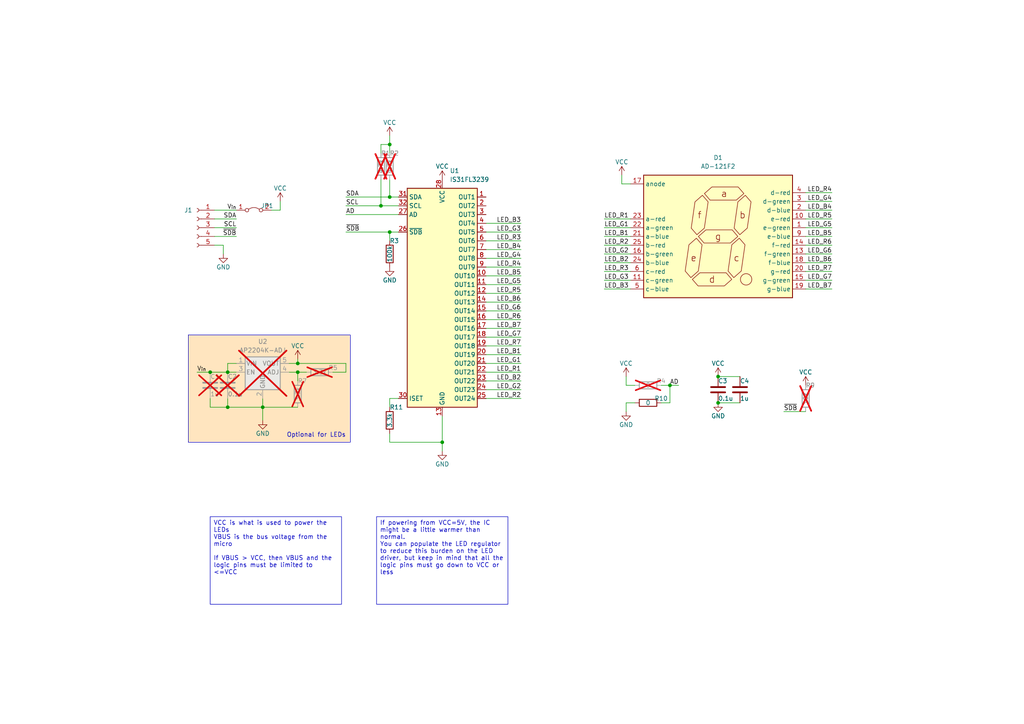
<source format=kicad_sch>
(kicad_sch (version 20230121) (generator eeschema)
  (paper "A4")
  (title_block (title "AD-121F2 Driver Board") (date "2023-07-23") (rev "A") (comment 1 "Jamal Bouajjaj"))
  (lib_symbols
    (symbol "Connector:Conn_01x05_Socket" (pin_names (offset 1.016) hide)
      (property "Reference" "J" (at 0 7.62 0))
      (property "Value" "Conn_01x05_Socket" (at 0 -7.62 0))
      (symbol "Conn_01x05_Socket_1_1"
        (arc (start 0 -4.572) (mid -0.5058 -5.08) (end 0 -5.588) (stroke (width 0.1524)))
        (arc (start 0 -2.032) (mid -0.5058 -2.54) (end 0 -3.048) (stroke (width 0.1524)))
        (polyline (pts (xy -1.27 -5.08) (xy -0.508 -5.08)) (stroke (width 0.1524)))
        (polyline (pts (xy -1.27 -2.54) (xy -0.508 -2.54)) (stroke (width 0.1524)))
        (polyline (pts (xy -1.27 0) (xy -0.508 0)) (stroke (width 0.1524)))
        (polyline (pts (xy -1.27 2.54) (xy -0.508 2.54)) (stroke (width 0.1524)))
        (polyline (pts (xy -1.27 5.08) (xy -0.508 5.08)) (stroke (width 0.1524)))
        (arc (start 0 0.508) (mid -0.5058 0) (end 0 -0.508) (stroke (width 0.1524)))
        (arc (start 0 3.048) (mid -0.5058 2.54) (end 0 2.032) (stroke (width 0.1524)))
        (arc (start 0 5.588) (mid -0.5058 5.08) (end 0 4.572) (stroke (width 0.1524)))
        (pin passive line (at -5.08 5.08 0) (length 3.81) (name "Pin_1") (number "1"))
        (pin passive line (at -5.08 2.54 0) (length 3.81) (name "Pin_2") (number "2"))
        (pin passive line (at -5.08 0 0) (length 3.81) (name "Pin_3") (number "3"))
        (pin passive line (at -5.08 -2.54 0) (length 3.81) (name "Pin_4") (number "4"))
        (pin passive line (at -5.08 -5.08 0) (length 3.81) (name "Pin_5") (number "5"))
      )
    )
    (symbol "Device:C" (pin_numbers hide) (pin_names (offset 0.254))
      (property "Reference" "C" (at 0.635 2.54 0))
      (property "Value" "C" (at 0.635 -2.54 0))
      (symbol "C_0_1"
        (polyline (pts (xy -2.032 -0.762) (xy 2.032 -0.762)) (stroke (width 0.508)))
        (polyline (pts (xy -2.032 0.762) (xy 2.032 0.762)) (stroke (width 0.508)))
      )
      (symbol "C_1_1"
        (pin passive line (at 0 3.81 270) (length 2.794) (name "~") (number "1"))
        (pin passive line (at 0 -3.81 90) (length 2.794) (name "~") (number "2"))
      )
    )
    (symbol "Device:R" (pin_numbers hide) (pin_names (offset 0))
      (property "Reference" "R" (at 2.032 0 90))
      (property "Value" "R" (at 0 0 90))
      (symbol "R_0_1"
        (rectangle (start -1.016 -2.54) (end 1.016 2.54) (stroke (width 0.254)))
      )
      (symbol "R_1_1"
        (pin passive line (at 0 3.81 270) (length 1.27) (name "~") (number "1"))
        (pin passive line (at 0 -3.81 90) (length 1.27) (name "~") (number "2"))
      )
    )
    (symbol "Display_Character:AD-121F2"
      (property "Reference" "D" (at -21.59 21.59 0))
      (property "Value" "AD-121F2" (at -21.59 19.05 0))
      (symbol "AD-121F2_0_1"
        (rectangle (start -21.59 17.78) (end 21.59 -17.78) (stroke (width 0.254)) (fill (type background)))
        (polyline (pts (xy -7.8994 -11.938) (xy -5.7404 -10.033) (xy -4.6482 -2.413) (xy -6.2992 -0.508) (xy -8.4582 -2.413) (xy -9.5504 -10.033) (xy -7.8994 -11.938)))
        (polyline (pts (xy -7.4676 -12.446) (xy -5.2832 -10.541) (xy 2.3368 -10.541) (xy 3.9624 -12.446) (xy 1.8034 -14.351) (xy -5.8166 -14.351) (xy -7.4676 -12.446)))
        (polyline (pts (xy -6.1468 0.508) (xy -3.9878 2.413) (xy -2.8956 10.033) (xy -4.5466 11.938) (xy -6.7056 10.033) (xy -7.7978 2.413) (xy -6.1468 0.508)))
        (polyline (pts (xy -5.715 0) (xy -3.5306 1.905) (xy 4.0894 1.905) (xy 5.715 0) (xy 3.5306 -1.905) (xy -4.0894 -1.905) (xy -5.715 0)))
        (polyline (pts (xy -3.9624 12.446) (xy -1.8034 14.351) (xy 5.8166 14.351) (xy 7.4676 12.446) (xy 5.2832 10.541) (xy -2.3368 10.541) (xy -3.9624 12.446)))
        (polyline (pts (xy 4.5466 -11.938) (xy 6.7056 -10.033) (xy 7.7978 -2.413) (xy 6.1468 -0.508) (xy 3.9878 -2.413) (xy 2.8956 -10.033) (xy 4.5466 -11.938)))
        (polyline (pts (xy 6.2992 0.508) (xy 8.4582 2.413) (xy 9.5504 10.033) (xy 7.8994 11.938) (xy 5.7404 10.033) (xy 4.6482 2.413) (xy 6.2992 0.508)))
        (circle (center 8.128 -12.446) (radius 1.651))
        (text "a" (at 1.7526 12.446 0) (effects (font (size 1.905 1.905))))
        (text "b" (at 7.0866 6.223 0) (effects (font (size 1.905 1.905))))
        (text "c" (at 5.3594 -6.223 0) (effects (font (size 1.905 1.905))))
        (text "d" (at -1.7526 -12.446 0) (effects (font (size 1.905 1.905))))
        (text "e" (at -7.0866 -6.223 0) (effects (font (size 1.905 1.905))))
        (text "f" (at -5.3594 6.223 0) (effects (font (size 1.905 1.905))))
        (text "g" (at 0 0 0) (effects (font (size 1.905 1.905))))
        (pin passive line (at 25.4 2.54 180) (length 3.81) (name "e-green") (number "1"))
        (pin passive line (at 25.4 5.08 180) (length 3.81) (name "e-red") (number "10"))
        (pin passive line (at -25.4 -12.7 0) (length 3.81) (name "c-green") (number "11"))
        (pin passive line (at 25.4 -5.08 180) (length 3.81) (name "f-green") (number "13"))
        (pin passive line (at 25.4 -2.54 180) (length 3.81) (name "f-red") (number "14"))
        (pin passive line (at 25.4 -12.7 180) (length 3.81) (name "g-green") (number "15"))
        (pin passive line (at -25.4 -5.08 0) (length 3.81) (name "b-green") (number "16"))
        (pin passive line (at -25.4 15.24 0) (length 3.81) (name "anode") (number "17"))
        (pin passive line (at 25.4 -7.62 180) (length 3.81) (name "f-blue") (number "18"))
        (pin passive line (at 25.4 -15.24 180) (length 3.81) (name "g-blue") (number "19"))
        (pin passive line (at 25.4 7.62 180) (length 3.81) (name "d-blue") (number "2"))
        (pin passive line (at 25.4 -10.16 180) (length 3.81) (name "g-red") (number "20"))
        (pin passive line (at -25.4 0 0) (length 3.81) (name "a-blue") (number "21"))
        (pin passive line (at -25.4 2.54 0) (length 3.81) (name "a-green") (number "22"))
        (pin passive line (at -25.4 5.08 0) (length 3.81) (name "a-red") (number "23"))
        (pin passive line (at -25.4 -7.62 0) (length 3.81) (name "b-blue") (number "24"))
        (pin passive line (at -25.4 -2.54 0) (length 3.81) (name "b-red") (number "25"))
        (pin passive line (at 25.4 10.16 180) (length 3.81) (name "d-green") (number "3"))
        (pin passive line (at 25.4 12.7 180) (length 3.81) (name "d-red") (number "4"))
        (pin passive line (at -25.4 -15.24 0) (length 3.81) (name "c-blue") (number "5"))
        (pin passive line (at -25.4 -10.16 0) (length 3.81) (name "c-red") (number "6"))
        (pin passive line (at 25.4 0 180) (length 3.81) (name "e-blue") (number "9"))
      )
    )
    (symbol "Driver_LED:IS31FL3239"
      (property "Reference" "U" (at -8.89 31.75 0))
      (property "Value" "IS31FL3239" (at 10.16 31.75 0))
      (symbol "IS31FL3239_0_1"
        (rectangle (start -10.16 30.48) (end 10.16 -33.02) (stroke (width 0.254)) (fill (type background)))
      )
      (symbol "IS31FL3239_1_1"
        (pin output line (at 12.7 27.94 180) (length 2.54) (name "OUT1") (number "1"))
        (pin output line (at 12.7 5.08 180) (length 2.54) (name "OUT10") (number "10"))
        (pin output line (at 12.7 2.54 180) (length 2.54) (name "OUT11") (number "11"))
        (pin output line (at 12.7 0 180) (length 2.54) (name "OUT12") (number "12"))
        (pin power_in line (at 0 -35.56 90) (length 2.54) (name "GND") (number "13"))
        (pin output line (at 12.7 -2.54 180) (length 2.54) (name "OUT13") (number "14"))
        (pin output line (at 12.7 -5.08 180) (length 2.54) (name "OUT14") (number "15"))
        (pin output line (at 12.7 -7.62 180) (length 2.54) (name "OUT15") (number "16"))
        (pin output line (at 12.7 -10.16 180) (length 2.54) (name "OUT16") (number "17"))
        (pin output line (at 12.7 -12.7 180) (length 2.54) (name "OUT17") (number "18"))
        (pin output line (at 12.7 -15.24 180) (length 2.54) (name "OUT18") (number "19"))
        (pin output line (at 12.7 25.4 180) (length 2.54) (name "OUT2") (number "2"))
        (pin output line (at 12.7 -17.78 180) (length 2.54) (name "OUT19") (number "20"))
        (pin output line (at 12.7 -20.32 180) (length 2.54) (name "OUT20") (number "21"))
        (pin output line (at 12.7 -22.86 180) (length 2.54) (name "OUT21") (number "22"))
        (pin output line (at 12.7 -25.4 180) (length 2.54) (name "OUT22") (number "23"))
        (pin output line (at 12.7 -27.94 180) (length 2.54) (name "OUT23") (number "24"))
        (pin output line (at 12.7 -30.48 180) (length 2.54) (name "OUT24") (number "25"))
        (pin input line (at -12.7 17.78 0) (length 2.54) (name "~{SDB}") (number "26"))
        (pin input line (at -12.7 22.86 0) (length 2.54) (name "AD") (number "27"))
        (pin power_in line (at 0 33.02 270) (length 2.54) (name "VCC") (number "28"))
        (pin passive line (at 0 -35.56 90) (length 2.54) hide (name "GND") (number "29"))
        (pin output line (at 12.7 22.86 180) (length 2.54) (name "OUT3") (number "3"))
        (pin passive line (at -12.7 -30.48 0) (length 2.54) (name "ISET") (number "30"))
        (pin open_collector line (at -12.7 27.94 0) (length 2.54) (name "SDA") (number "31"))
        (pin input line (at -12.7 25.4 0) (length 2.54) (name "SCL") (number "32"))
        (pin passive line (at 0 -35.56 90) (length 2.54) hide (name "GND") (number "33"))
        (pin output line (at 12.7 20.32 180) (length 2.54) (name "OUT4") (number "4"))
        (pin output line (at 12.7 17.78 180) (length 2.54) (name "OUT5") (number "5"))
        (pin output line (at 12.7 15.24 180) (length 2.54) (name "OUT6") (number "6"))
        (pin output line (at 12.7 12.7 180) (length 2.54) (name "OUT7") (number "7"))
        (pin output line (at 12.7 10.16 180) (length 2.54) (name "OUT8") (number "8"))
        (pin output line (at 12.7 7.62 180) (length 2.54) (name "OUT9") (number "9"))
      )
    )
    (symbol "Jumper:Jumper_2_Bridged" (pin_names (offset 0) hide)
      (property "Reference" "JP" (at 0 1.905 0))
      (property "Value" "Jumper_2_Bridged" (at 0 -2.54 0))
      (symbol "Jumper_2_Bridged_0_0"
        (circle (center -2.032 0) (radius 0.508))
        (circle (center 2.032 0) (radius 0.508))
      )
      (symbol "Jumper_2_Bridged_0_1"
        (arc (start 1.524 0.254) (mid 0 0.762) (end -1.524 0.254))
      )
      (symbol "Jumper_2_Bridged_1_1"
        (pin passive line (at -5.08 0 0) (length 2.54) (name "A") (number "1"))
        (pin passive line (at 5.08 0 180) (length 2.54) (name "B") (number "2"))
      )
    )
    (symbol "Regulator_Linear:AP2204K-ADJ" (pin_names (offset 0.254))
      (property "Reference" "U" (at -5.08 5.715 0))
      (property "Value" "AP2204K-ADJ" (at 0 5.715 0))
      (symbol "AP2204K-ADJ_0_1"
        (rectangle (start -5.08 4.445) (end 5.08 -5.08) (stroke (width 0.254)) (fill (type background)))
      )
      (symbol "AP2204K-ADJ_1_1"
        (pin power_in line (at -7.62 2.54 0) (length 2.54) (name "VIN") (number "1"))
        (pin power_in line (at 0 -7.62 90) (length 2.54) (name "GND") (number "2"))
        (pin input line (at -7.62 0 0) (length 2.54) (name "EN") (number "3"))
        (pin input line (at 7.62 0 180) (length 2.54) (name "ADJ") (number "4"))
        (pin power_out line (at 7.62 2.54 180) (length 2.54) (name "VOUT") (number "5"))
      )
    )
    (symbol "power:GND" (power) (pin_names (offset 0))
      (property "Value" "GND" (at 0 -3.81 0))
      (symbol "GND_0_1"
        (polyline (pts (xy 0 0) (xy 0 -1.27) (xy 1.27 -1.27) (xy 0 -2.54) (xy -1.27 -1.27) (xy 0 -1.27)))
      )
      (symbol "GND_1_1"
        (pin power_in line (at 0 0 270) (length 0) hide (name "GND") (number "1"))
      )
    )
    (symbol "power:VCC" (power) (pin_names (offset 0))
      (property "Value" "VCC" (at 0 3.81 0))
      (symbol "VCC_0_1"
        (polyline (pts (xy -0.762 1.27) (xy 0 2.54)))
        (polyline (pts (xy 0 0) (xy 0 2.54)))
        (polyline (pts (xy 0 2.54) (xy 0.762 1.27)))
      )
      (symbol "VCC_1_1"
        (pin power_in line (at 0 0 90) (length 0) hide (name "VCC") (number "1"))
      )
    )
  )
  (junction (at 66.04 118.11))
  (junction (at 60.96 107.95))
  (junction (at 110.49 59.69))
  (junction (at 194.31 111.76))
  (junction (at 113.03 67.31))
  (junction (at 208.28 116.84))
  (junction (at 86.36 105.41))
  (junction (at 113.03 57.15))
  (junction (at 76.2 118.11))
  (junction (at 208.28 109.22))
  (junction (at 113.03 41.91))
  (junction (at 66.04 107.95))
  (junction (at 86.36 107.95))
  (junction (at 128.27 128.27))
  (wire (pts (xy 113.03 57.15) (xy 115.57 57.15)))
  (wire (pts (xy 175.26 78.74) (xy 182.88 78.74)))
  (wire (pts (xy 140.97 77.47) (xy 151.13 77.47)))
  (wire (pts (xy 113.03 39.37) (xy 113.03 41.91)))
  (wire (pts (xy 86.36 107.95) (xy 88.9 107.95)))
  (wire (pts (xy 113.03 118.11) (xy 113.03 115.57)))
  (wire (pts (xy 175.26 83.82) (xy 182.88 83.82)))
  (wire (pts (xy 62.23 66.04) (xy 68.58 66.04)))
  (wire (pts (xy 83.82 107.95) (xy 86.36 107.95)))
  (wire (pts (xy 140.97 87.63) (xy 151.13 87.63)))
  (wire (pts (xy 175.26 66.04) (xy 182.88 66.04)))
  (wire (pts (xy 81.28 60.96) (xy 78.74 60.96)))
  (wire (pts (xy 233.68 66.04) (xy 241.3 66.04)))
  (wire (pts (xy 181.61 111.76) (xy 184.15 111.76)))
  (wire (pts (xy 140.97 97.79) (xy 151.13 97.79)))
  (wire (pts (xy 233.68 68.58) (xy 241.3 68.58)))
  (wire (pts (xy 233.68 76.2) (xy 241.3 76.2)))
  (wire (pts (xy 233.68 58.42) (xy 241.3 58.42)))
  (wire (pts (xy 181.61 119.38) (xy 181.61 116.84)))
  (wire (pts (xy 100.33 59.69) (xy 110.49 59.69)))
  (wire (pts (xy 140.97 64.77) (xy 151.13 64.77)))
  (wire (pts (xy 233.68 71.12) (xy 241.3 71.12)))
  (wire (pts (xy 180.34 50.8) (xy 180.34 53.34)))
  (wire (pts (xy 140.97 72.39) (xy 151.13 72.39)))
  (wire (pts (xy 175.26 68.58) (xy 182.88 68.58)))
  (wire (pts (xy 76.2 118.11) (xy 76.2 115.57)))
  (wire (pts (xy 140.97 85.09) (xy 151.13 85.09)))
  (wire (pts (xy 140.97 95.25) (xy 151.13 95.25)))
  (wire (pts (xy 100.33 105.41) (xy 86.36 105.41)))
  (wire (pts (xy 100.33 67.31) (xy 113.03 67.31)))
  (wire (pts (xy 66.04 118.11) (xy 66.04 115.57)))
  (wire (pts (xy 110.49 59.69) (xy 110.49 52.07)))
  (wire (pts (xy 140.97 82.55) (xy 151.13 82.55)))
  (wire (pts (xy 110.49 41.91) (xy 110.49 44.45)))
  (wire (pts (xy 64.77 73.66) (xy 64.77 71.12)))
  (wire (pts (xy 227.33 119.38) (xy 233.68 119.38)))
  (wire (pts (xy 140.97 107.95) (xy 151.13 107.95)))
  (wire (pts (xy 140.97 69.85) (xy 151.13 69.85)))
  (wire (pts (xy 208.28 109.22) (xy 214.63 109.22)))
  (wire (pts (xy 140.97 110.49) (xy 151.13 110.49)))
  (wire (pts (xy 110.49 41.91) (xy 113.03 41.91)))
  (wire (pts (xy 208.28 116.84) (xy 214.63 116.84)))
  (wire (pts (xy 62.23 63.5) (xy 68.58 63.5)))
  (wire (pts (xy 113.03 115.57) (xy 115.57 115.57)))
  (wire (pts (xy 233.68 78.74) (xy 241.3 78.74)))
  (wire (pts (xy 60.96 115.57) (xy 60.96 118.11)))
  (wire (pts (xy 140.97 115.57) (xy 151.13 115.57)))
  (wire (pts (xy 113.03 41.91) (xy 113.03 44.45)))
  (wire (pts (xy 100.33 62.23) (xy 115.57 62.23)))
  (wire (pts (xy 110.49 59.69) (xy 115.57 59.69)))
  (wire (pts (xy 233.68 83.82) (xy 241.3 83.82)))
  (wire (pts (xy 140.97 102.87) (xy 151.13 102.87)))
  (wire (pts (xy 57.15 107.95) (xy 60.96 107.95)))
  (wire (pts (xy 66.04 107.95) (xy 66.04 105.41)))
  (wire (pts (xy 113.03 67.31) (xy 113.03 69.85)))
  (wire (pts (xy 140.97 113.03) (xy 151.13 113.03)))
  (wire (pts (xy 76.2 121.92) (xy 76.2 118.11)))
  (wire (pts (xy 175.26 63.5) (xy 182.88 63.5)))
  (wire (pts (xy 233.68 63.5) (xy 241.3 63.5)))
  (wire (pts (xy 113.03 128.27) (xy 113.03 125.73)))
  (wire (pts (xy 191.77 111.76) (xy 194.31 111.76)))
  (wire (pts (xy 140.97 67.31) (xy 151.13 67.31)))
  (wire (pts (xy 194.31 111.76) (xy 194.31 116.84)))
  (wire (pts (xy 140.97 80.01) (xy 151.13 80.01)))
  (wire (pts (xy 64.77 71.12) (xy 62.23 71.12)))
  (wire (pts (xy 191.77 116.84) (xy 194.31 116.84)))
  (wire (pts (xy 140.97 74.93) (xy 151.13 74.93)))
  (wire (pts (xy 113.03 52.07) (xy 113.03 57.15)))
  (wire (pts (xy 140.97 92.71) (xy 151.13 92.71)))
  (wire (pts (xy 86.36 105.41) (xy 83.82 105.41)))
  (wire (pts (xy 128.27 120.65) (xy 128.27 128.27)))
  (wire (pts (xy 194.31 111.76) (xy 196.85 111.76)))
  (wire (pts (xy 181.61 116.84) (xy 184.15 116.84)))
  (wire (pts (xy 140.97 105.41) (xy 151.13 105.41)))
  (wire (pts (xy 180.34 53.34) (xy 182.88 53.34)))
  (wire (pts (xy 60.96 118.11) (xy 66.04 118.11)))
  (wire (pts (xy 113.03 67.31) (xy 115.57 67.31)))
  (wire (pts (xy 128.27 128.27) (xy 128.27 130.81)))
  (wire (pts (xy 233.68 55.88) (xy 241.3 55.88)))
  (wire (pts (xy 76.2 118.11) (xy 66.04 118.11)))
  (wire (pts (xy 96.52 107.95) (xy 100.33 107.95)))
  (wire (pts (xy 181.61 109.22) (xy 181.61 111.76)))
  (wire (pts (xy 62.23 60.96) (xy 68.58 60.96)))
  (wire (pts (xy 100.33 107.95) (xy 100.33 105.41)))
  (wire (pts (xy 140.97 100.33) (xy 151.13 100.33)))
  (wire (pts (xy 233.68 60.96) (xy 241.3 60.96)))
  (wire (pts (xy 175.26 76.2) (xy 182.88 76.2)))
  (wire (pts (xy 60.96 107.95) (xy 66.04 107.95)))
  (wire (pts (xy 175.26 73.66) (xy 182.88 73.66)))
  (wire (pts (xy 233.68 73.66) (xy 241.3 73.66)))
  (wire (pts (xy 175.26 71.12) (xy 182.88 71.12)))
  (wire (pts (xy 233.68 81.28) (xy 241.3 81.28)))
  (wire (pts (xy 66.04 105.41) (xy 68.58 105.41)))
  (wire (pts (xy 86.36 107.95) (xy 86.36 110.49)))
  (wire (pts (xy 81.28 58.42) (xy 81.28 60.96)))
  (wire (pts (xy 68.58 107.95) (xy 66.04 107.95)))
  (wire (pts (xy 100.33 57.15) (xy 113.03 57.15)))
  (wire (pts (xy 76.2 118.11) (xy 86.36 118.11)))
  (wire (pts (xy 86.36 104.14) (xy 86.36 105.41)))
  (wire (pts (xy 128.27 128.27) (xy 113.03 128.27)))
  (wire (pts (xy 175.26 81.28) (xy 182.88 81.28)))
  (wire (pts (xy 140.97 90.17) (xy 151.13 90.17)))
  (wire (pts (xy 62.23 68.58) (xy 68.58 68.58)))
  (rectangle (start 54.61 97.155) (end 101.6 128.27) (fill (type color) (color 255 229 191 1)))
  (text_box "If powering from VCC=5V, the IC might be a little warmer than normal.\nYou can populate the LED regulator to reduce this burden on the LED driver, but keep in mind that all the logic pins must go down to VCC or less" (at 109.22 149.86 0) (size 38.1 25.4) (effects (font (size 1.27 1.27)) (justify left top)))
  (text_box "VCC is what is used to power the LEDs\nVBUS is the bus voltage from the micro\n\nIf VBUS > VCC, then VBUS and the logic pins must be limited to <=VCC\n\n" (at 60.96 149.86 0) (size 38.1 25.4) (effects (font (size 1.27 1.27)) (justify left top)))
  (text "Optional for LEDs" (at 100.33 127 0) (effects (font (size 1.27 1.27)) (justify right bottom)))
  (label "LED_G2" (at 175.26 73.66 0))
  (label "LED_B3" (at 175.26 83.82 0))
  (label "LED_R1" (at 151.13 107.95 180))
  (label "LED_G6" (at 151.13 90.17 180))
  (label "AD" (at 100.33 62.23 0))
  (label "LED_R1" (at 175.26 63.5 0))
  (label "LED_G2" (at 151.13 113.03 180))
  (label "LED_G4" (at 151.13 74.93 180))
  (label "LED_R2" (at 175.26 71.12 0))
  (label "LED_G1" (at 175.26 66.04 0))
  (label "LED_R2" (at 151.13 115.57 180))
  (label "LED_B7" (at 241.3 83.82 180))
  (label "LED_B4" (at 151.13 72.39 180))
  (label "LED_B4" (at 241.3 60.96 180))
  (label "LED_R3" (at 151.13 69.85 180))
  (label "LED_G5" (at 241.3 66.04 180))
  (label "SDA" (at 68.58 63.5 180))
  (label "LED_B6" (at 151.13 87.63 180))
  (label "V_{in}" (at 57.15 107.95 0))
  (label "LED_B5" (at 151.13 80.01 180))
  (label "~{SDB}" (at 68.58 68.58 180))
  (label "LED_B2" (at 175.26 76.2 0))
  (label "~{SDB}" (at 100.33 67.31 0))
  (label "LED_B1" (at 175.26 68.58 0))
  (label "LED_G4" (at 241.3 58.42 180))
  (label "V_{in}" (at 68.58 60.96 180))
  (label "LED_G6" (at 241.3 73.66 180))
  (label "LED_G5" (at 151.13 82.55 180))
  (label "~{SDB}" (at 227.33 119.38 0))
  (label "LED_B6" (at 241.3 76.2 180))
  (label "LED_R4" (at 241.3 55.88 180))
  (label "LED_B3" (at 151.13 64.77 180))
  (label "LED_G7" (at 241.3 81.28 180))
  (label "LED_B5" (at 241.3 68.58 180))
  (label "LED_G3" (at 175.26 81.28 0))
  (label "LED_R6" (at 241.3 71.12 180))
  (label "LED_G7" (at 151.13 97.79 180))
  (label "LED_G1" (at 151.13 105.41 180))
  (label "LED_B7" (at 151.13 95.25 180))
  (label "SDA" (at 100.33 57.15 0))
  (label "SCL" (at 100.33 59.69 0))
  (label "LED_R5" (at 241.3 63.5 180))
  (label "LED_B1" (at 151.13 102.87 180))
  (label "AD" (at 196.85 111.76 180))
  (label "SCL" (at 68.58 66.04 180))
  (label "LED_R7" (at 151.13 100.33 180))
  (label "LED_R4" (at 151.13 77.47 180))
  (label "LED_R7" (at 241.3 78.74 180))
  (label "LED_B2" (at 151.13 110.49 180))
  (label "LED_R5" (at 151.13 85.09 180))
  (label "LED_R6" (at 151.13 92.71 180))
  (label "LED_G3" (at 151.13 67.31 180))
  (label "LED_R3" (at 175.26 78.74 0))
  (symbol (lib_id "Device:R") (at 113.03 121.92 0) (unit 1)
    (property "Reference" "R11" (at 113.03 118.11 0) (effects (justify left)))
    (property "Value" "3.3k" (at 113.03 121.92 90))
    (property "Footprint" "Resistor_SMD:R_0805_2012Metric_Pad1.20x1.40mm_HandSolder" (effects hide))
  )
  (symbol (lib_id "power:GND") (at 64.77 73.66 0) (unit 1)
    (property "Reference" "#PWR05" (effects hide))
    (property "Value" "GND" (at 64.77 77.47 0))
  )
  (symbol (lib_id "power:VCC") (at 208.28 109.22 0) (unit 1)
    (property "Reference" "#PWR011" (effects hide))
    (property "Value" "VCC" (at 208.28 105.41 0))
  )
  (symbol (lib_id "power:VCC") (at 180.34 50.8 0) (unit 1)
    (property "Reference" "#PWR02" (effects hide))
    (property "Value" "VCC" (at 180.34 46.99 0))
  )
  (symbol (lib_id "Device:R") (at 110.49 48.26 0) (unit 1) (dnp yes)
    (property "Reference" "R1" (at 110.49 44.45 0) (effects (justify left)))
    (property "Value" "4.7k" (at 110.49 48.26 90))
    (property "Footprint" "Resistor_SMD:R_0805_2012Metric_Pad1.20x1.40mm_HandSolder" (effects hide))
  )
  (symbol (lib_id "Device:R") (at 187.96 111.76 90) (unit 1) (dnp yes)
    (property "Reference" "R4" (at 191.77 110.49 90))
    (property "Value" "0" (at 187.96 111.76 90))
    (property "Footprint" "Resistor_SMD:R_0805_2012Metric_Pad1.20x1.40mm_HandSolder" (effects hide))
  )
  (symbol (lib_id "power:VCC") (at 128.27 52.07 0) (unit 1)
    (property "Reference" "#PWR03" (effects hide))
    (property "Value" "VCC" (at 128.27 48.26 0))
  )
  (symbol (lib_id "Device:C") (at 214.63 113.03 0) (unit 1)
    (property "Reference" "C4" (at 214.63 110.49 0) (effects (justify left)))
    (property "Value" "1u" (at 214.63 115.57 0) (effects (justify left)))
    (property "Footprint" "Capacitor_SMD:C_0805_2012Metric_Pad1.18x1.45mm_HandSolder" (effects hide))
  )
  (symbol (lib_id "Driver_LED:IS31FL3239") (at 128.27 85.09 0) (unit 1)
    (property "Reference" "U1" (at 130.4641 49.53 0) (effects (justify left)))
    (property "Value" "IS31FL3239" (at 130.4641 52.07 0) (effects (justify left)))
    (property "Footprint" "Package_DFN_QFN:QFN-32-1EP_4x4mm_P0.4mm_EP2.9x2.9mm" (effects hide))
    (property "Datasheet" "https://www.lumissil.com/assets/pdf/core/IS31FL3239_DS.pdf" (effects hide))
  )
  (symbol (lib_id "Device:R") (at 113.03 48.26 0) (unit 1) (dnp yes)
    (property "Reference" "R2" (at 113.03 44.45 0) (effects (justify left)))
    (property "Value" "4.7k" (at 113.03 48.26 90))
    (property "Footprint" "Resistor_SMD:R_0805_2012Metric_Pad1.20x1.40mm_HandSolder" (effects hide))
  )
  (symbol (lib_id "power:GND") (at 76.2 121.92 0) (unit 1)
    (property "Reference" "#PWR014" (effects hide))
    (property "Value" "GND" (at 76.2 125.73 0))
  )
  (symbol (lib_id "Device:R") (at 113.03 73.66 0) (unit 1)
    (property "Reference" "R3" (at 113.03 69.85 0) (effects (justify left)))
    (property "Value" "100k" (at 113.03 73.66 90))
    (property "Footprint" "Resistor_SMD:R_0805_2012Metric_Pad1.20x1.40mm_HandSolder" (effects hide))
  )
  (symbol (lib_id "Display_Character:AD-121F2") (at 208.28 68.58 0) (unit 1)
    (property "Reference" "D1" (at 208.28 45.72 0))
    (property "Value" "AD-121F2" (at 208.28 48.26 0))
    (property "Footprint" "Display_7Segment:AD-121F2" (effects hide))
    (property "Datasheet" "http://usasyck.com/products/AD-121F2_cat_e.pdf" (effects hide))
  )
  (symbol (lib_id "power:GND") (at 181.61 119.38 0) (unit 1)
    (property "Reference" "#PWR015" (effects hide))
    (property "Value" "GND" (at 181.61 123.19 0))
  )
  (symbol (lib_id "Device:C") (at 60.96 111.76 0) (unit 1) (dnp yes)
    (property "Reference" "C1" (at 60.96 109.22 0) (effects (justify left)))
    (property "Value" "1u" (at 60.96 114.3 0) (effects (justify left)))
    (property "Footprint" "Capacitor_SMD:C_0805_2012Metric_Pad1.18x1.45mm_HandSolder" (effects hide))
  )
  (symbol (lib_id "power:VCC") (at 233.68 111.76 0) (unit 1)
    (property "Reference" "#PWR01" (effects hide))
    (property "Value" "VCC" (at 233.68 107.95 0))
  )
  (symbol (lib_id "power:VCC") (at 181.61 109.22 0) (unit 1)
    (property "Reference" "#PWR09" (effects hide))
    (property "Value" "VCC" (at 181.61 105.41 0))
  )
  (symbol (lib_id "power:GND") (at 113.03 77.47 0) (unit 1)
    (property "Reference" "#PWR06" (effects hide))
    (property "Value" "GND" (at 113.03 81.28 0))
  )
  (symbol (lib_id "Device:C") (at 208.28 113.03 0) (unit 1)
    (property "Reference" "C3" (at 208.28 110.49 0) (effects (justify left)))
    (property "Value" "0.1u" (at 208.28 115.57 0) (effects (justify left)))
    (property "Footprint" "Capacitor_SMD:C_0805_2012Metric_Pad1.18x1.45mm_HandSolder" (effects hide))
  )
  (symbol (lib_id "power:GND") (at 208.28 116.84 0) (unit 1)
    (property "Reference" "#PWR013" (effects hide))
    (property "Value" "GND" (at 208.28 120.65 0))
  )
  (symbol (lib_id "Device:R") (at 86.36 114.3 180) (unit 1) (dnp yes)
    (property "Reference" "R7" (at 86.36 110.49 0) (effects (justify right)))
    (property "Value" "3.3k" (at 86.36 114.3 90))
    (property "Footprint" "Resistor_SMD:R_0805_2012Metric_Pad1.20x1.40mm_HandSolder" (effects hide))
  )
  (symbol (lib_id "power:VCC") (at 113.03 39.37 0) (unit 1)
    (property "Reference" "#PWR07" (effects hide))
    (property "Value" "VCC" (at 113.03 35.56 0))
  )
  (symbol (lib_id "Device:C") (at 66.04 111.76 0) (unit 1) (dnp yes)
    (property "Reference" "C2" (at 66.04 109.22 0) (effects (justify left)))
    (property "Value" "0.1u" (at 66.04 114.3 0) (effects (justify left)))
    (property "Footprint" "Capacitor_SMD:C_0805_2012Metric_Pad1.18x1.45mm_HandSolder" (effects hide))
  )
  (symbol (lib_id "power:VCC") (at 81.28 58.42 0) (unit 1)
    (property "Reference" "#PWR04" (effects hide))
    (property "Value" "VCC" (at 81.28 54.61 0))
  )
  (symbol (lib_id "Jumper:Jumper_2_Bridged") (at 73.66 60.96 0) (unit 1)
    (property "Reference" "JP1" (at 77.47 59.69 0))
    (property "Value" "Jumper_2_Bridged" (effects hide))
    (property "Footprint" "Jumper:SolderJumper-2_P1.3mm_Bridged_RoundedPad1.0x1.5mm" (effects hide))
  )
  (symbol (lib_id "Regulator_Linear:AP2204K-ADJ") (at 76.2 107.95 0) (unit 1) (dnp yes)
    (property "Reference" "U2" (at 76.2 99.06 0))
    (property "Value" "AP2204K-ADJ" (at 76.2 101.6 0))
    (property "Footprint" "Package_TO_SOT_SMD:SOT-23-5" (effects hide))
    (property "Datasheet" "https://www.diodes.com/assets/Datasheets/AP2204.pdf" (effects hide))
  )
  (symbol (lib_id "Device:R") (at 92.71 107.95 270) (unit 1) (dnp yes)
    (property "Reference" "R5" (at 95.25 106.68 90) (effects (justify left)))
    (property "Value" "3.3k" (at 92.71 107.95 90))
    (property "Footprint" "Resistor_SMD:R_0805_2012Metric_Pad1.20x1.40mm_HandSolder" (effects hide))
  )
  (symbol (lib_id "power:GND") (at 128.27 130.81 0) (unit 1)
    (property "Reference" "#PWR016" (effects hide))
    (property "Value" "GND" (at 128.27 134.62 0))
  )
  (symbol (lib_id "Connector:Conn_01x05_Socket") (at 57.15 66.04 0) (mirror y) (unit 1)
    (property "Reference" "J1" (at 54.61 60.96 0))
    (property "Value" "Conn_01x05_Socket" (effects hide))
    (property "Footprint" "Connector_PinHeader_2.54mm:PinHeader_1x05_P2.54mm_Vertical" (effects hide))
  )
  (symbol (lib_id "Device:R") (at 187.96 116.84 90) (unit 1)
    (property "Reference" "R10" (at 191.77 115.57 90))
    (property "Value" "0" (at 187.96 116.84 90))
    (property "Footprint" "Resistor_SMD:R_0805_2012Metric_Pad1.20x1.40mm_HandSolder" (effects hide))
  )
  (symbol (lib_id "Device:R") (at 233.68 115.57 0) (unit 1) (dnp yes)
    (property "Reference" "R9" (at 233.68 111.76 0) (effects (justify left)))
    (property "Value" "10k" (at 233.68 115.57 90))
    (property "Footprint" "Resistor_SMD:R_0805_2012Metric_Pad1.20x1.40mm_HandSolder" (effects hide))
  )
  (symbol (lib_id "power:VCC") (at 86.36 104.14 0) (unit 1)
    (property "Reference" "#PWR010" (effects hide))
    (property "Value" "VCC" (at 86.36 100.33 0))
  )
)
</source>
